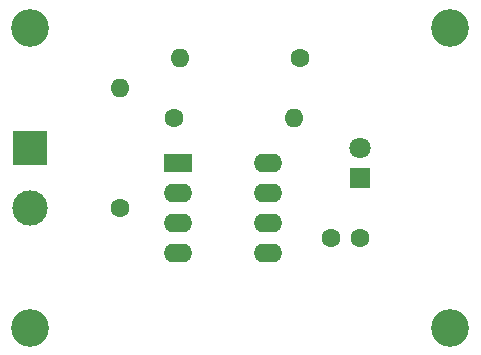
<source format=gbr>
%TF.GenerationSoftware,KiCad,Pcbnew,7.0.5*%
%TF.CreationDate,2023-08-21T09:13:57+09:00*%
%TF.ProjectId,How to make PCB,486f7720-746f-4206-9d61-6b6520504342,rev?*%
%TF.SameCoordinates,Original*%
%TF.FileFunction,Soldermask,Top*%
%TF.FilePolarity,Negative*%
%FSLAX46Y46*%
G04 Gerber Fmt 4.6, Leading zero omitted, Abs format (unit mm)*
G04 Created by KiCad (PCBNEW 7.0.5) date 2023-08-21 09:13:57*
%MOMM*%
%LPD*%
G01*
G04 APERTURE LIST*
%ADD10C,3.200000*%
%ADD11C,1.600000*%
%ADD12O,1.600000X1.600000*%
%ADD13R,3.000000X3.000000*%
%ADD14C,3.000000*%
%ADD15R,1.800000X1.800000*%
%ADD16C,1.800000*%
%ADD17R,2.400000X1.600000*%
%ADD18O,2.400000X1.600000*%
G04 APERTURE END LIST*
D10*
%TO.C,REF\u002A\u002A*%
X86360000Y-68580000D03*
%TD*%
D11*
%TO.C,R2*%
X109220000Y-71120000D03*
D12*
X99060000Y-71120000D03*
%TD*%
D11*
%TO.C,C1*%
X111800000Y-86360000D03*
X114300000Y-86360000D03*
%TD*%
D10*
%TO.C,REF\u002A\u002A*%
X121920000Y-68580000D03*
%TD*%
D13*
%TO.C,J1*%
X86360000Y-78740000D03*
D14*
X86360000Y-83820000D03*
%TD*%
D15*
%TO.C,D1*%
X114300000Y-81280000D03*
D16*
X114300000Y-78740000D03*
%TD*%
D11*
%TO.C,R1*%
X93980000Y-83820000D03*
D12*
X93980000Y-73660000D03*
%TD*%
D10*
%TO.C,REF\u002A\u002A*%
X86360000Y-93980000D03*
%TD*%
D11*
%TO.C,R3*%
X98500000Y-76200000D03*
D12*
X108660000Y-76200000D03*
%TD*%
D10*
%TO.C,REF\u002A\u002A*%
X121920000Y-93980000D03*
%TD*%
D17*
%TO.C,U1*%
X98900000Y-80020000D03*
D18*
X98900000Y-82560000D03*
X98900000Y-85100000D03*
X98900000Y-87640000D03*
X106520000Y-87640000D03*
X106520000Y-85100000D03*
X106520000Y-82560000D03*
X106520000Y-80020000D03*
%TD*%
M02*

</source>
